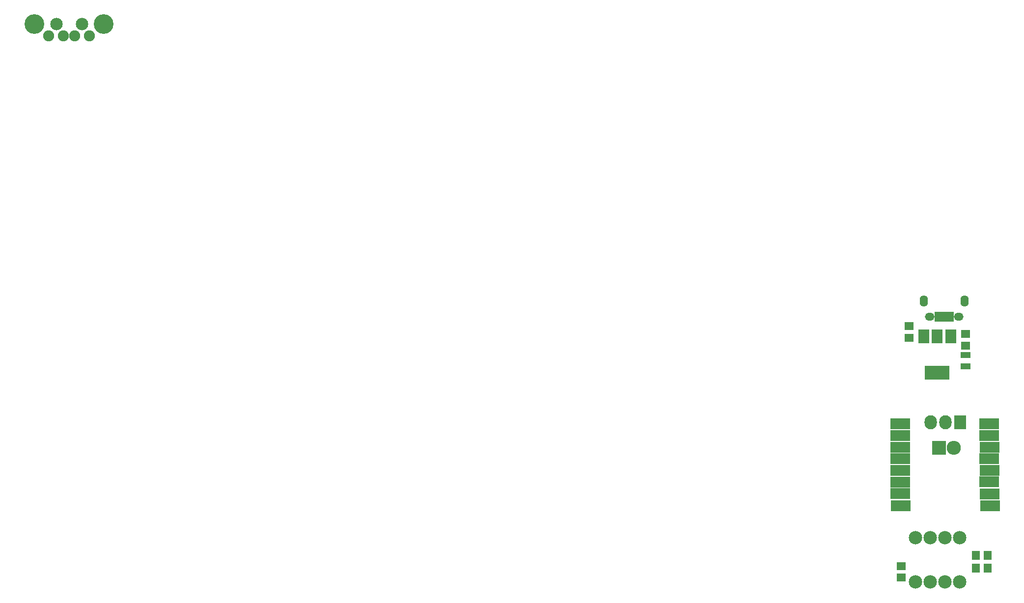
<source format=gbr>
G04 #@! TF.FileFunction,Soldermask,Top*
%FSLAX46Y46*%
G04 Gerber Fmt 4.6, Leading zero omitted, Abs format (unit mm)*
G04 Created by KiCad (PCBNEW 4.0.4-stable) date 12/28/16 21:00:51*
%MOMM*%
%LPD*%
G01*
G04 APERTURE LIST*
%ADD10C,0.100000*%
%ADD11R,4.200000X2.400000*%
%ADD12R,1.900000X2.400000*%
%ADD13R,1.650000X1.400000*%
%ADD14C,2.305000*%
%ADD15R,1.400000X1.650000*%
%ADD16R,2.432000X2.432000*%
%ADD17O,2.432000X2.432000*%
%ADD18R,2.127200X2.432000*%
%ADD19O,2.127200X2.432000*%
%ADD20R,1.700000X1.100000*%
%ADD21R,3.400000X1.900000*%
%ADD22C,2.150000*%
%ADD23C,1.901140*%
%ADD24C,3.399740*%
%ADD25R,0.800000X1.750000*%
%ADD26O,1.650000X1.350000*%
%ADD27O,1.400000X1.950000*%
G04 APERTURE END LIST*
D10*
D11*
X149675000Y-68400000D03*
D12*
X149675000Y-62100000D03*
X147375000Y-62100000D03*
X151975000Y-62100000D03*
D13*
X144775000Y-60375000D03*
X144775000Y-62375000D03*
D14*
X145890000Y-104485000D03*
X148430000Y-104485000D03*
X150970000Y-104485000D03*
X153510000Y-104485000D03*
X153510000Y-96865000D03*
X150970000Y-96865000D03*
X148430000Y-96865000D03*
X145890000Y-96865000D03*
D15*
X156340000Y-102120000D03*
X158340000Y-102120000D03*
D13*
X154575000Y-63750000D03*
X154575000Y-61750000D03*
D15*
X158320000Y-99870000D03*
X156320000Y-99870000D03*
D13*
X143450000Y-103725000D03*
X143450000Y-101725000D03*
D16*
X149980000Y-81400000D03*
D17*
X152520000Y-81400000D03*
D18*
X153660000Y-76960000D03*
D19*
X151120000Y-76960000D03*
X148580000Y-76960000D03*
D20*
X154575000Y-67275000D03*
X154575000Y-65375000D03*
D21*
X158777000Y-91347400D03*
X158726200Y-89315400D03*
X158650000Y-87232600D03*
X158675400Y-85251400D03*
X158650000Y-83219400D03*
X158675400Y-81238200D03*
X158650000Y-79231600D03*
X143338900Y-91309300D03*
X143262700Y-89226500D03*
X143262700Y-87245300D03*
X143250000Y-85226000D03*
X143250000Y-83194000D03*
X143250000Y-81289000D03*
X143250000Y-79257000D03*
X143250000Y-77225000D03*
X158650000Y-77225000D03*
D22*
X-2200000Y-8300000D03*
X2200000Y-8300000D03*
D23*
X3500000Y-10300000D03*
X1000000Y-10300000D03*
X-1000000Y-10300000D03*
X-3500000Y-10300000D03*
D24*
X6000000Y-8300000D03*
X-6000000Y-8300000D03*
D25*
X152160900Y-58742540D03*
X151510900Y-58742540D03*
X150860900Y-58742540D03*
X150210900Y-58742540D03*
X149560900Y-58742540D03*
D26*
X153360900Y-58742540D03*
X148360900Y-58742540D03*
D27*
X154360900Y-56042540D03*
X147360900Y-56042540D03*
M02*

</source>
